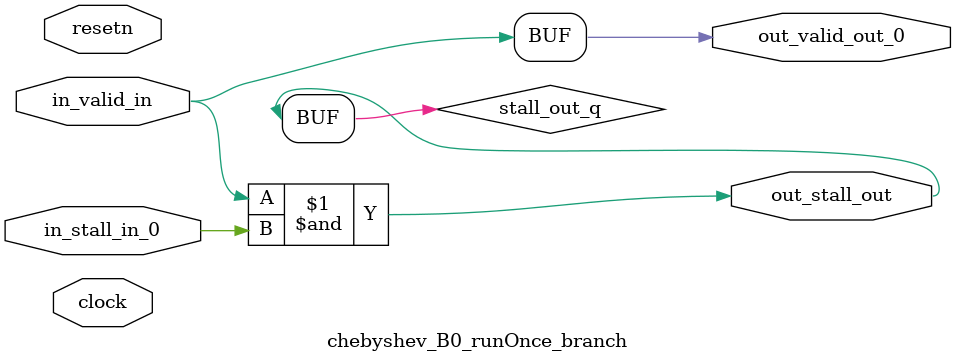
<source format=sv>



(* altera_attribute = "-name AUTO_SHIFT_REGISTER_RECOGNITION OFF; -name MESSAGE_DISABLE 10036; -name MESSAGE_DISABLE 10037; -name MESSAGE_DISABLE 14130; -name MESSAGE_DISABLE 14320; -name MESSAGE_DISABLE 15400; -name MESSAGE_DISABLE 14130; -name MESSAGE_DISABLE 10036; -name MESSAGE_DISABLE 12020; -name MESSAGE_DISABLE 12030; -name MESSAGE_DISABLE 12010; -name MESSAGE_DISABLE 12110; -name MESSAGE_DISABLE 14320; -name MESSAGE_DISABLE 13410; -name MESSAGE_DISABLE 113007; -name MESSAGE_DISABLE 10958" *)
module chebyshev_B0_runOnce_branch (
    input wire [0:0] in_stall_in_0,
    input wire [0:0] in_valid_in,
    output wire [0:0] out_stall_out,
    output wire [0:0] out_valid_out_0,
    input wire clock,
    input wire resetn
    );

    wire [0:0] stall_out_q;


    // stall_out(LOGICAL,6)
    assign stall_out_q = in_valid_in & in_stall_in_0;

    // out_stall_out(GPOUT,4)
    assign out_stall_out = stall_out_q;

    // out_valid_out_0(GPOUT,5)
    assign out_valid_out_0 = in_valid_in;

endmodule

</source>
